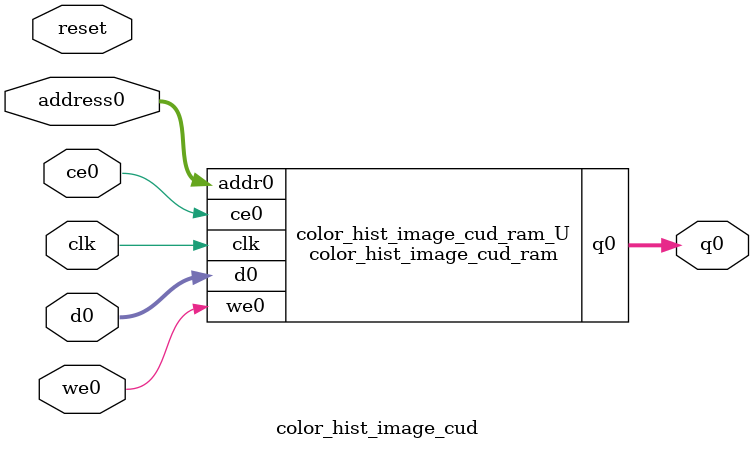
<source format=v>

`timescale 1 ns / 1 ps
module color_hist_image_cud_ram (addr0, ce0, d0, we0, q0,  clk);

parameter DWIDTH = 8;
parameter AWIDTH = 7;
parameter MEM_SIZE = 96;

input[AWIDTH-1:0] addr0;
input ce0;
input[DWIDTH-1:0] d0;
input we0;
output reg[DWIDTH-1:0] q0;
input clk;

(* ram_style = "distributed" *)reg [DWIDTH-1:0] ram[0:MEM_SIZE-1];




always @(posedge clk)  
begin 
    if (ce0) 
    begin
        if (we0) 
        begin 
            ram[addr0] <= d0; 
            q0 <= d0;
        end 
        else 
            q0 <= ram[addr0];
    end
end


endmodule


`timescale 1 ns / 1 ps
module color_hist_image_cud(
    reset,
    clk,
    address0,
    ce0,
    we0,
    d0,
    q0);

parameter DataWidth = 32'd8;
parameter AddressRange = 32'd96;
parameter AddressWidth = 32'd7;
input reset;
input clk;
input[AddressWidth - 1:0] address0;
input ce0;
input we0;
input[DataWidth - 1:0] d0;
output[DataWidth - 1:0] q0;



color_hist_image_cud_ram color_hist_image_cud_ram_U(
    .clk( clk ),
    .addr0( address0 ),
    .ce0( ce0 ),
    .d0( d0 ),
    .we0( we0 ),
    .q0( q0 ));

endmodule


</source>
